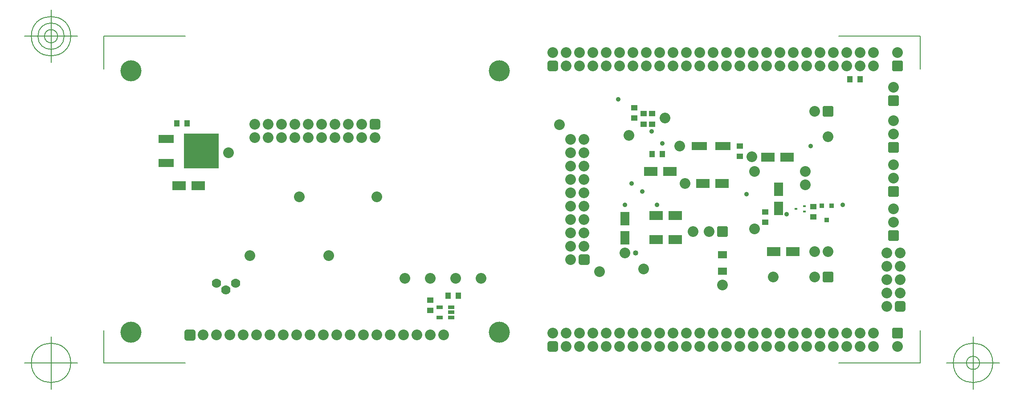
<source format=gbr>
G04 Generated by Ultiboard 13.0 *
%FSLAX24Y24*%
%MOIN*%

%ADD10C,0.0001*%
%ADD11C,0.0050*%
%ADD12C,0.1575*%
%ADD13R,0.0512X0.0256*%
%ADD14R,0.0500X0.0400*%
%ADD15R,0.0400X0.0500*%
%ADD16C,0.0800*%
%ADD17R,0.1043X0.0650*%
%ADD18R,0.1181X0.0630*%
%ADD19R,0.2638X0.2638*%
%ADD20R,0.0450X0.0450*%
%ADD21C,0.0350*%
%ADD22C,0.0700*%
%ADD23R,0.0408X0.0408*%
%ADD24C,0.0392*%
%ADD25R,0.0600X0.0600*%
%ADD26C,0.0200*%
%ADD27R,0.0650X0.1043*%
%ADD28R,0.0472X0.0433*%
%ADD29C,0.0400*%
%ADD30R,0.0710X0.0550*%
%ADD31R,0.0354X0.0354*%
%ADD32R,0.0228X0.0140*%


G04 ColorRGB FF00CC for the following layer *
%LNSolder Mask Top*%
%LPD*%
G54D10*
G54D11*
X-30140Y-18998D02*
X-30140Y-16553D01*
X-30140Y-18998D02*
X-24027Y-18998D01*
X30986Y-18998D02*
X24873Y-18998D01*
X30986Y-18998D02*
X30986Y-16553D01*
X30986Y5454D02*
X30986Y3009D01*
X30986Y5454D02*
X24873Y5454D01*
X-30140Y5454D02*
X-24027Y5454D01*
X-30140Y5454D02*
X-30140Y3009D01*
X-32109Y-18998D02*
X-36046Y-18998D01*
X-34077Y-20966D02*
X-34077Y-17029D01*
X-35553Y-18998D02*
G75*
D01*
G02X-35553Y-18998I1476J0*
G01*
X32954Y-18998D02*
X36891Y-18998D01*
X34923Y-20966D02*
X34923Y-17029D01*
X33446Y-18998D02*
G75*
D01*
G02X33446Y-18998I1477J0*
G01*
X34431Y-18998D02*
G75*
D01*
G02X34431Y-18998I492J0*
G01*
X-32109Y5454D02*
X-36046Y5454D01*
X-34077Y3486D02*
X-34077Y7423D01*
X-35553Y5454D02*
G75*
D01*
G02X-35553Y5454I1476J0*
G01*
X-35061Y5454D02*
G75*
D01*
G02X-35061Y5454I984J0*
G01*
X-34569Y5454D02*
G75*
D01*
G02X-34569Y5454I492J0*
G01*
G54D12*
X-28100Y-16700D03*
X-541Y-16700D03*
X-28100Y2867D03*
X-541Y2867D03*
G54D13*
X-4987Y-15586D03*
X-4121Y-15586D03*
X-4121Y-15212D03*
X-4987Y-14838D03*
X-4121Y-14838D03*
G54D14*
X-5684Y-15071D03*
X-5684Y-14301D03*
X9580Y-657D03*
X9580Y113D03*
X17480Y-3547D03*
X17480Y-2777D03*
X19380Y-8457D03*
X19380Y-7687D03*
X22980Y-8057D03*
X22980Y-7287D03*
G54D15*
X-4364Y-13981D03*
X-3594Y-13981D03*
X-24664Y-1081D03*
X-23894Y-1081D03*
X25690Y2233D03*
X26460Y2233D03*
X10900Y-3367D03*
X11670Y-3367D03*
G54D16*
X-19184Y-10981D03*
X-13284Y-10981D03*
X-15484Y-6581D03*
X-9684Y-6581D03*
X-20784Y-3281D03*
X-15691Y-16897D03*
X-14691Y-16897D03*
X-13691Y-16897D03*
X-12691Y-16897D03*
X-11691Y-16897D03*
X-10691Y-16897D03*
X-9691Y-16897D03*
X-8691Y-16897D03*
X-7691Y-16897D03*
X-6691Y-16897D03*
X-5691Y-16897D03*
X-4691Y-16897D03*
X-22691Y-16897D03*
X-16691Y-16897D03*
X-19691Y-16897D03*
X-21691Y-16897D03*
X-20691Y-16897D03*
X-17691Y-16897D03*
X-18691Y-16897D03*
X-7584Y-12681D03*
X-5684Y-12681D03*
X-3784Y-12681D03*
X-1884Y-12681D03*
X-15821Y-2138D03*
X-14821Y-2138D03*
X-13821Y-2138D03*
X-12821Y-2138D03*
X-11821Y-2138D03*
X-10821Y-2138D03*
X-9821Y-2138D03*
X-17821Y-2138D03*
X-12821Y-1138D03*
X-11821Y-1138D03*
X-10821Y-1138D03*
X-14821Y-1138D03*
X-13821Y-1138D03*
X-15821Y-1138D03*
X-17821Y-1138D03*
X-16821Y-1138D03*
X-18821Y-1138D03*
X-16821Y-2138D03*
X-18821Y-2138D03*
X3480Y-16767D03*
X4480Y-16767D03*
X4480Y-17767D03*
X5480Y-16767D03*
X5480Y-17767D03*
X6480Y-16767D03*
X6480Y-17767D03*
X7480Y-16767D03*
X7480Y-17767D03*
X12480Y-17767D03*
X12480Y-16767D03*
X9480Y-17767D03*
X8480Y-17767D03*
X10480Y-17767D03*
X11480Y-17767D03*
X9480Y-16767D03*
X8480Y-16767D03*
X11480Y-16767D03*
X10480Y-16767D03*
X25480Y-17767D03*
X25480Y-16767D03*
X19480Y-17767D03*
X19480Y-16767D03*
X18480Y-17767D03*
X15480Y-17767D03*
X13480Y-17767D03*
X14480Y-17767D03*
X17480Y-17767D03*
X16480Y-17767D03*
X14480Y-16767D03*
X13480Y-16767D03*
X15480Y-16767D03*
X17480Y-16767D03*
X16480Y-16767D03*
X18480Y-16767D03*
X21480Y-17767D03*
X20480Y-17767D03*
X23480Y-17767D03*
X22480Y-17767D03*
X24480Y-17767D03*
X22480Y-16767D03*
X20480Y-16767D03*
X21480Y-16767D03*
X23480Y-16767D03*
X24480Y-16767D03*
X26480Y-17767D03*
X27480Y-17767D03*
X26480Y-16767D03*
X27480Y-16767D03*
X29280Y-17767D03*
X5820Y-8267D03*
X5820Y-9267D03*
X5820Y-10267D03*
X5820Y-6267D03*
X5820Y-7267D03*
X5820Y-5267D03*
X4820Y-11267D03*
X4820Y-8267D03*
X4820Y-9267D03*
X4820Y-10267D03*
X4820Y-6267D03*
X4820Y-7267D03*
X4820Y-5267D03*
X5820Y-3267D03*
X5820Y-4267D03*
X5820Y-2267D03*
X4820Y-3267D03*
X4820Y-4267D03*
X4820Y-2267D03*
X12480Y3233D03*
X12480Y4233D03*
X6480Y3233D03*
X6480Y4233D03*
X4480Y3233D03*
X5480Y3233D03*
X3480Y4233D03*
X4480Y4233D03*
X5480Y4233D03*
X9480Y3233D03*
X7480Y3233D03*
X8480Y3233D03*
X10480Y3233D03*
X11480Y3233D03*
X9480Y4233D03*
X8480Y4233D03*
X7480Y4233D03*
X11480Y4233D03*
X10480Y4233D03*
X25480Y3233D03*
X25480Y4233D03*
X19480Y3233D03*
X19480Y4233D03*
X18480Y3233D03*
X15480Y3233D03*
X13480Y3233D03*
X14480Y3233D03*
X17480Y3233D03*
X16480Y3233D03*
X14480Y4233D03*
X13480Y4233D03*
X15480Y4233D03*
X17480Y4233D03*
X16480Y4233D03*
X18480Y4233D03*
X21480Y3233D03*
X20480Y3233D03*
X23480Y3233D03*
X22480Y3233D03*
X24480Y3233D03*
X22480Y4233D03*
X20480Y4233D03*
X21480Y4233D03*
X23480Y4233D03*
X24480Y4233D03*
X26480Y3233D03*
X27480Y3233D03*
X26480Y4233D03*
X27480Y4233D03*
X29280Y4233D03*
X28980Y1633D03*
X3980Y-1167D03*
X6980Y-12167D03*
X13980Y-9167D03*
X8880Y-10767D03*
X9180Y-1967D03*
X13380Y-5567D03*
X10280Y-11967D03*
X18380Y-3567D03*
X22380Y-4667D03*
X18580Y-4667D03*
X18580Y-8967D03*
X19980Y-12567D03*
X22380Y-5667D03*
X23080Y-10667D03*
X24080Y-10667D03*
X28480Y-12777D03*
X29480Y-12777D03*
X28480Y-14777D03*
X28480Y-13777D03*
X29480Y-13777D03*
X29480Y-10777D03*
X28480Y-10777D03*
X28480Y-11777D03*
X29480Y-11777D03*
X11880Y-667D03*
X12980Y-2767D03*
X15180Y-9167D03*
X16180Y-13167D03*
X23080Y-167D03*
X23080Y-12567D03*
X24080Y-2067D03*
X28980Y-1867D03*
X28980Y-867D03*
X28980Y-5167D03*
X28980Y-4167D03*
X28980Y-8467D03*
X28980Y-7467D03*
G54D17*
X-24504Y-5731D03*
X-23064Y-5731D03*
X11210Y-9767D03*
X12650Y-9767D03*
X11210Y-7967D03*
X12650Y-7967D03*
X10810Y-4667D03*
X12250Y-4667D03*
X14710Y-5567D03*
X16150Y-5567D03*
X20010Y-10667D03*
X21450Y-10667D03*
X19560Y-3617D03*
X21000Y-3617D03*
G54D18*
X-25457Y-4051D03*
X-25457Y-2240D03*
X14434Y-2767D03*
X16205Y-2767D03*
G54D19*
X-22839Y-3145D03*
G54D20*
X-23691Y-16897D03*
G54D21*
X-23916Y-17122D02*
X-23466Y-17122D01*
X-23466Y-16672D01*
X-23916Y-16672D01*
X-23916Y-17122D01*D02*
X8380Y733D03*
X9380Y-5567D03*
X8880Y-7167D03*
X10180Y-6167D03*
X10880Y-1667D03*
X11680Y-2567D03*
X11280Y-7167D03*
X17980Y-6367D03*
X20980Y-7867D03*
X22780Y-2767D03*
X25180Y-7167D03*
G54D22*
X-21693Y-13025D03*
X-20984Y-13537D03*
X-20276Y-13025D03*
G54D23*
X-9821Y-1138D03*
X3480Y-17767D03*
X5820Y-11267D03*
X3480Y3233D03*
X29480Y-14777D03*
G54D24*
X-10025Y-1342D02*
X-9617Y-1342D01*
X-9617Y-934D01*
X-10025Y-934D01*
X-10025Y-1342D01*D02*
X3276Y-17971D02*
X3684Y-17971D01*
X3684Y-17563D01*
X3276Y-17563D01*
X3276Y-17971D01*D02*
X5616Y-11471D02*
X6024Y-11471D01*
X6024Y-11063D01*
X5616Y-11063D01*
X5616Y-11471D01*D02*
X3276Y3029D02*
X3684Y3029D01*
X3684Y3437D01*
X3276Y3437D01*
X3276Y3029D01*D02*
X29276Y-14981D02*
X29684Y-14981D01*
X29684Y-14573D01*
X29276Y-14573D01*
X29276Y-14981D01*D02*
G54D25*
X29280Y-16767D03*
X29280Y3233D03*
X28980Y633D03*
X16180Y-9167D03*
X24080Y-167D03*
X24080Y-12567D03*
X28980Y-2867D03*
X28980Y-6167D03*
X28980Y-9467D03*
G54D26*
X28980Y-17067D02*
X29580Y-17067D01*
X29580Y-16467D01*
X28980Y-16467D01*
X28980Y-17067D01*D02*
X28980Y2933D02*
X29580Y2933D01*
X29580Y3533D01*
X28980Y3533D01*
X28980Y2933D01*D02*
X28680Y333D02*
X29280Y333D01*
X29280Y933D01*
X28680Y933D01*
X28680Y333D01*D02*
X15880Y-9467D02*
X16480Y-9467D01*
X16480Y-8867D01*
X15880Y-8867D01*
X15880Y-9467D01*D02*
X23780Y-467D02*
X24380Y-467D01*
X24380Y133D01*
X23780Y133D01*
X23780Y-467D01*D02*
X23780Y-12867D02*
X24380Y-12867D01*
X24380Y-12267D01*
X23780Y-12267D01*
X23780Y-12867D01*D02*
X28680Y-3167D02*
X29280Y-3167D01*
X29280Y-2567D01*
X28680Y-2567D01*
X28680Y-3167D01*D02*
X28680Y-6467D02*
X29280Y-6467D01*
X29280Y-5867D01*
X28680Y-5867D01*
X28680Y-6467D01*D02*
X28680Y-9767D02*
X29280Y-9767D01*
X29280Y-9167D01*
X28680Y-9167D01*
X28680Y-9767D01*D02*
G54D27*
X8880Y-9637D03*
X8880Y-8197D03*
X20380Y-7437D03*
X20380Y-5997D03*
G54D28*
X10282Y-1148D03*
X10912Y-1148D03*
X10282Y-321D03*
X10912Y-321D03*
G54D29*
X9680Y-10767D03*
G54D30*
X16180Y-10887D03*
X16180Y-12147D03*
G54D31*
X23980Y-8298D03*
X23606Y-7235D03*
X24354Y-7235D03*
G54D32*
X21665Y-7467D03*
X22294Y-7664D03*
X22294Y-7270D03*

M02*

</source>
